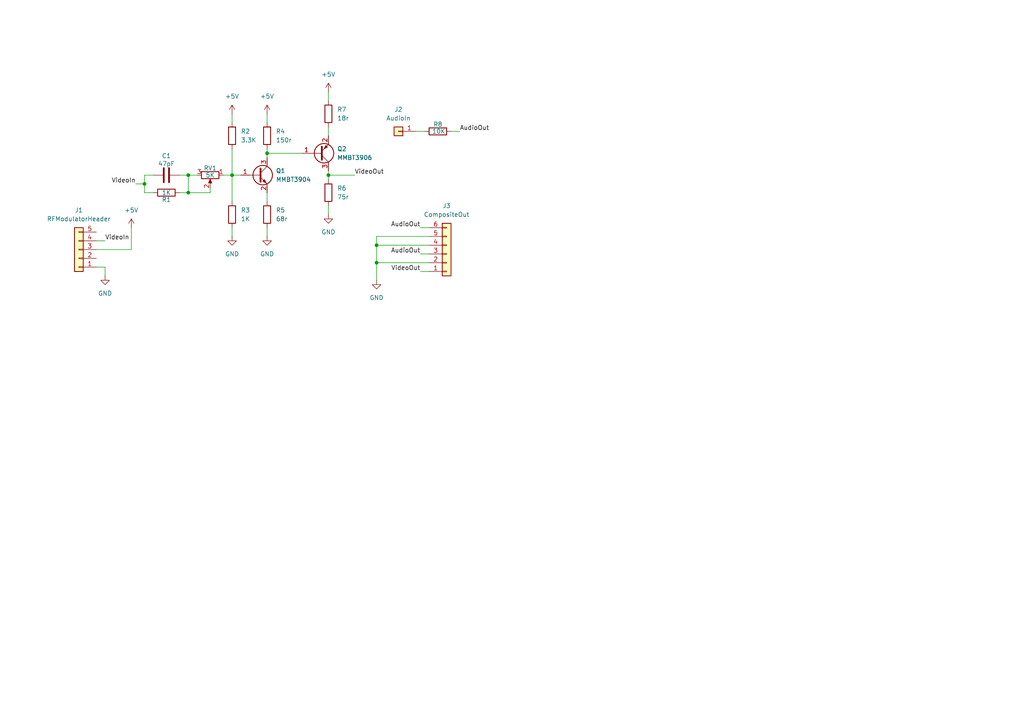
<source format=kicad_sch>
(kicad_sch (version 20250114) (generator "eeschema") (generator_version "9.0")
  (paper "A4")
  (title_block (title "Atari2600_2TransistorCompMod"))
  (lib_symbols
    (symbol "Connector_Generic:Conn_01x01" (pin_names (offset 1.016) (hide yes))
      (property "Reference" "J" (at 0 2.54 0))
      (property "Value" "Conn_01x01" (at 0 -2.54 0))
      (symbol "Conn_01x01_1_1"
        (rectangle (start -1.27 1.27) (end 1.27 -1.27) (stroke (width 0.254)) (fill (type background)))
        (rectangle (start -1.27 0.127) (end 0 -0.127) (stroke (width 0.1524)))
        (pin passive line (at -5.08 0 0) (length 3.81) (name "Pin_1") (number "1"))
      )
    )
    (symbol "Connector_Generic:Conn_01x05" (pin_names (offset 1.016) (hide yes))
      (property "Reference" "J" (at 0 7.62 0))
      (property "Value" "Conn_01x05" (at 0 -7.62 0))
      (symbol "Conn_01x05_1_1"
        (rectangle (start -1.27 6.35) (end 1.27 -6.35) (stroke (width 0.254)) (fill (type background)))
        (rectangle (start -1.27 5.207) (end 0 4.953) (stroke (width 0.1524)))
        (rectangle (start -1.27 2.667) (end 0 2.413) (stroke (width 0.1524)))
        (rectangle (start -1.27 0.127) (end 0 -0.127) (stroke (width 0.1524)))
        (rectangle (start -1.27 -2.413) (end 0 -2.667) (stroke (width 0.1524)))
        (rectangle (start -1.27 -4.953) (end 0 -5.207) (stroke (width 0.1524)))
        (pin passive line (at -5.08 5.08 0) (length 3.81) (name "Pin_1") (number "1"))
        (pin passive line (at -5.08 2.54 0) (length 3.81) (name "Pin_2") (number "2"))
        (pin passive line (at -5.08 0 0) (length 3.81) (name "Pin_3") (number "3"))
        (pin passive line (at -5.08 -2.54 0) (length 3.81) (name "Pin_4") (number "4"))
        (pin passive line (at -5.08 -5.08 0) (length 3.81) (name "Pin_5") (number "5"))
      )
    )
    (symbol "Connector_Generic:Conn_01x06" (pin_names (offset 1.016) (hide yes))
      (property "Reference" "J" (at 0 7.62 0))
      (property "Value" "Conn_01x06" (at 0 -10.16 0))
      (symbol "Conn_01x06_1_1"
        (rectangle (start -1.27 6.35) (end 1.27 -8.89) (stroke (width 0.254)) (fill (type background)))
        (rectangle (start -1.27 5.207) (end 0 4.953) (stroke (width 0.1524)))
        (rectangle (start -1.27 2.667) (end 0 2.413) (stroke (width 0.1524)))
        (rectangle (start -1.27 0.127) (end 0 -0.127) (stroke (width 0.1524)))
        (rectangle (start -1.27 -2.413) (end 0 -2.667) (stroke (width 0.1524)))
        (rectangle (start -1.27 -4.953) (end 0 -5.207) (stroke (width 0.1524)))
        (rectangle (start -1.27 -7.493) (end 0 -7.747) (stroke (width 0.1524)))
        (pin passive line (at -5.08 5.08 0) (length 3.81) (name "Pin_1") (number "1"))
        (pin passive line (at -5.08 2.54 0) (length 3.81) (name "Pin_2") (number "2"))
        (pin passive line (at -5.08 0 0) (length 3.81) (name "Pin_3") (number "3"))
        (pin passive line (at -5.08 -2.54 0) (length 3.81) (name "Pin_4") (number "4"))
        (pin passive line (at -5.08 -5.08 0) (length 3.81) (name "Pin_5") (number "5"))
        (pin passive line (at -5.08 -7.62 0) (length 3.81) (name "Pin_6") (number "6"))
      )
    )
    (symbol "Device:C" (pin_numbers (hide yes)) (pin_names (offset 0.254))
      (property "Reference" "C" (at 0.635 2.54 0))
      (property "Value" "C" (at 0.635 -2.54 0))
      (symbol "C_0_1"
        (polyline (pts (xy -2.032 0.762) (xy 2.032 0.762)) (stroke (width 0.508)))
        (polyline (pts (xy -2.032 -0.762) (xy 2.032 -0.762)) (stroke (width 0.508)))
      )
      (symbol "C_1_1"
        (pin passive line (at 0 3.81 270) (length 2.794) (name "~") (number "1"))
        (pin passive line (at 0 -3.81 90) (length 2.794) (name "~") (number "2"))
      )
    )
    (symbol "Device:R" (pin_numbers (hide yes)) (pin_names (offset 0))
      (property "Reference" "R" (at 2.032 0 90))
      (property "Value" "R" (at 0 0 90))
      (symbol "R_0_1"
        (rectangle (start -1.016 -2.54) (end 1.016 2.54) (stroke (width 0.254)))
      )
      (symbol "R_1_1"
        (pin passive line (at 0 3.81 270) (length 1.27) (name "~") (number "1"))
        (pin passive line (at 0 -3.81 90) (length 1.27) (name "~") (number "2"))
      )
    )
    (symbol "Device:R_Potentiometer" (pin_names (offset 1.016) (hide yes))
      (property "Reference" "RV" (at -4.445 0 90))
      (property "Value" "R_Potentiometer" (at -2.54 0 90))
      (symbol "R_Potentiometer_0_1"
        (rectangle (start 1.016 2.54) (end -1.016 -2.54) (stroke (width 0.254)))
        (polyline (pts (xy 1.143 0) (xy 2.286 0.508) (xy 2.286 -0.508) (xy 1.143 0)) (fill (type outline)))
        (polyline (pts (xy 2.54 0) (xy 1.524 0)))
      )
      (symbol "R_Potentiometer_1_1"
        (pin passive line (at 0 3.81 270) (length 1.27) (name "1") (number "1"))
        (pin passive line (at 0 -3.81 90) (length 1.27) (name "3") (number "3"))
        (pin passive line (at 3.81 0 180) (length 1.27) (name "2") (number "2"))
      )
    )
    (symbol "Transistor_BJT:MMBT3904" (pin_names (offset 0) (hide yes))
      (property "Reference" "Q" (at 5.08 1.905 0))
      (property "Value" "MMBT3904" (at 5.08 0 0))
      (symbol "MMBT3904_0_1"
        (polyline (pts (xy -2.54 0) (xy 0.635 0)))
        (polyline (pts (xy 0.635 1.905) (xy 0.635 -1.905)) (stroke (width 0.508)))
        (circle (center 1.27 0) (radius 2.8194) (stroke (width 0.254)))
      )
      (symbol "MMBT3904_1_1"
        (polyline (pts (xy 0.635 0.635) (xy 2.54 2.54)))
        (polyline (pts (xy 0.635 -0.635) (xy 2.54 -2.54)))
        (polyline (pts (xy 1.27 -1.778) (xy 1.778 -1.27) (xy 2.286 -2.286) (xy 1.27 -1.778)) (fill (type outline)))
        (pin input line (at -5.08 0 0) (length 2.54) (name "B") (number "1"))
        (pin passive line (at 2.54 5.08 270) (length 2.54) (name "C") (number "3"))
        (pin passive line (at 2.54 -5.08 90) (length 2.54) (name "E") (number "2"))
      )
    )
    (symbol "Transistor_BJT:MMBT3906" (pin_names (offset 0) (hide yes))
      (property "Reference" "Q" (at 5.08 1.905 0))
      (property "Value" "MMBT3906" (at 5.08 0 0))
      (symbol "MMBT3906_0_1"
        (polyline (pts (xy -2.54 0) (xy 0.635 0)))
        (polyline (pts (xy 0.635 1.905) (xy 0.635 -1.905)) (stroke (width 0.508)))
        (polyline (pts (xy 0.635 0.635) (xy 2.54 2.54)))
        (polyline (pts (xy 0.635 -0.635) (xy 2.54 -2.54)))
        (circle (center 1.27 0) (radius 2.8194) (stroke (width 0.254)))
        (polyline (pts (xy 2.286 -1.778) (xy 1.778 -2.286) (xy 1.27 -1.27) (xy 2.286 -1.778)) (fill (type outline)))
      )
      (symbol "MMBT3906_1_1"
        (pin input line (at -5.08 0 0) (length 2.54) (name "B") (number "1"))
        (pin passive line (at 2.54 5.08 270) (length 2.54) (name "C") (number "3"))
        (pin passive line (at 2.54 -5.08 90) (length 2.54) (name "E") (number "2"))
      )
    )
    (symbol "power:+5V" (power) (pin_numbers (hide yes)) (pin_names (offset 0) (hide yes))
      (property "Value" "+5V" (at 0 3.556 0))
      (symbol "+5V_0_1"
        (polyline (pts (xy -0.762 1.27) (xy 0 2.54)))
        (polyline (pts (xy 0 2.54) (xy 0.762 1.27)))
        (polyline (pts (xy 0 0) (xy 0 2.54)))
      )
      (symbol "+5V_1_1"
        (pin power_in line (at 0 0 90) (length 0) (name "~") (number "1"))
      )
    )
    (symbol "power:GND" (power) (pin_numbers (hide yes)) (pin_names (offset 0) (hide yes))
      (property "Value" "GND" (at 0 -3.81 0))
      (symbol "GND_0_1"
        (polyline (pts (xy 0 0) (xy 0 -1.27) (xy 1.27 -1.27) (xy 0 -2.54) (xy -1.27 -1.27) (xy 0 -1.27)))
      )
      (symbol "GND_1_1"
        (pin power_in line (at 0 0 270) (length 0) (name "~") (number "1"))
      )
    )
  )
  (junction (at 41.91 53.34))
  (junction (at 109.22 71.12))
  (junction (at 54.61 50.8))
  (junction (at 67.31 50.8))
  (junction (at 95.25 50.8))
  (junction (at 109.22 76.2))
  (junction (at 77.47 44.45))
  (junction (at 54.61 55.88))
  (wire (pts (xy 109.22 71.12) (xy 109.22 76.2)))
  (wire (pts (xy 77.47 33.02) (xy 77.47 35.56)))
  (wire (pts (xy 77.47 66.04) (xy 77.47 68.58)))
  (wire (pts (xy 77.47 44.45) (xy 87.63 44.45)))
  (wire (pts (xy 121.92 73.66) (xy 124.46 73.66)))
  (wire (pts (xy 41.91 50.8) (xy 44.45 50.8)))
  (wire (pts (xy 41.91 53.34) (xy 41.91 55.88)))
  (wire (pts (xy 60.96 55.88) (xy 60.96 54.61)))
  (wire (pts (xy 120.65 38.1) (xy 123.19 38.1)))
  (wire (pts (xy 121.92 78.74) (xy 124.46 78.74)))
  (wire (pts (xy 124.46 68.58) (xy 109.22 68.58)))
  (wire (pts (xy 95.25 50.8) (xy 102.87 50.8)))
  (wire (pts (xy 109.22 76.2) (xy 109.22 81.28)))
  (wire (pts (xy 95.25 59.69) (xy 95.25 62.23)))
  (wire (pts (xy 77.47 44.45) (xy 77.47 45.72)))
  (wire (pts (xy 39.37 53.34) (xy 41.91 53.34)))
  (wire (pts (xy 121.92 66.04) (xy 124.46 66.04)))
  (wire (pts (xy 41.91 55.88) (xy 44.45 55.88)))
  (wire (pts (xy 54.61 50.8) (xy 57.15 50.8)))
  (wire (pts (xy 30.48 77.47) (xy 30.48 80.01)))
  (wire (pts (xy 77.47 43.18) (xy 77.47 44.45)))
  (wire (pts (xy 52.07 55.88) (xy 54.61 55.88)))
  (wire (pts (xy 67.31 50.8) (xy 67.31 58.42)))
  (wire (pts (xy 64.77 50.8) (xy 67.31 50.8)))
  (wire (pts (xy 54.61 55.88) (xy 60.96 55.88)))
  (wire (pts (xy 109.22 76.2) (xy 124.46 76.2)))
  (wire (pts (xy 67.31 50.8) (xy 69.85 50.8)))
  (wire (pts (xy 109.22 71.12) (xy 124.46 71.12)))
  (wire (pts (xy 67.31 33.02) (xy 67.31 35.56)))
  (wire (pts (xy 54.61 55.88) (xy 54.61 50.8)))
  (wire (pts (xy 95.25 49.53) (xy 95.25 50.8)))
  (wire (pts (xy 52.07 50.8) (xy 54.61 50.8)))
  (wire (pts (xy 38.1 72.39) (xy 38.1 66.04)))
  (wire (pts (xy 27.94 72.39) (xy 38.1 72.39)))
  (wire (pts (xy 67.31 43.18) (xy 67.31 50.8)))
  (wire (pts (xy 95.25 26.67) (xy 95.25 29.21)))
  (wire (pts (xy 77.47 55.88) (xy 77.47 58.42)))
  (wire (pts (xy 41.91 50.8) (xy 41.91 53.34)))
  (wire (pts (xy 27.94 77.47) (xy 30.48 77.47)))
  (wire (pts (xy 109.22 68.58) (xy 109.22 71.12)))
  (wire (pts (xy 95.25 50.8) (xy 95.25 52.07)))
  (wire (pts (xy 130.81 38.1) (xy 133.35 38.1)))
  (wire (pts (xy 95.25 36.83) (xy 95.25 39.37)))
  (wire (pts (xy 67.31 66.04) (xy 67.31 68.58)))
  (wire (pts (xy 27.94 69.85) (xy 30.48 69.85)))
  (label "AudioOut" (at 121.92 73.66 180))
  (label "VideoOut" (at 121.92 78.74 180))
  (label "VideoOut" (at 102.87 50.8 0))
  (label "VideoIn" (at 39.37 53.34 180))
  (label "VideoIn" (at 30.48 69.85 0))
  (label "AudioOut" (at 121.92 66.04 180))
  (label "AudioOut" (at 133.35 38.1 0))
  (symbol (lib_id "power:GND") (at 95.25 62.23 0) (unit 1)
    (property "Reference" "#PWR08" (effects (hide yes)))
    (property "Value" "GND" (at 95.25 67.31 0))
    (property "Description" "Power symbol creates a global label with name \"GND\" , ground" (effects (hide yes)))
  )
  (symbol (lib_id "Device:C") (at 48.26 50.8 90) (unit 1)
    (property "Reference" "C1" (at 48.26 45.212 90))
    (property "Value" "47pF" (at 48.26 47.498 90))
    (property "Footprint" "Capacitor_SMD:C_0603_1608Metric" (effects (hide yes)))
    (property "Description" "Unpolarized capacitor" (effects (hide yes)))
  )
  (symbol (lib_id "power:+5V") (at 95.25 26.67 0) (unit 1)
    (property "Reference" "#PWR07" (effects (hide yes)))
    (property "Value" "+5V" (at 95.25 21.59 0))
    (property "Description" "Power symbol creates a global label with name \"+5V\"" (effects (hide yes)))
  )
  (symbol (lib_id "Device:R") (at 77.47 62.23 0) (unit 1)
    (property "Reference" "R5" (at 80.01 60.9599 0) (effects (justify left)))
    (property "Value" "68r" (at 80.01 63.4999 0) (effects (justify left)))
    (property "Footprint" "Resistor_SMD:R_0603_1608Metric" (effects (hide yes)))
    (property "Description" "Resistor" (effects (hide yes)))
  )
  (symbol (lib_id "power:+5V") (at 77.47 33.02 0) (unit 1)
    (property "Reference" "#PWR05" (effects (hide yes)))
    (property "Value" "+5V" (at 77.47 27.94 0))
    (property "Description" "Power symbol creates a global label with name \"+5V\"" (effects (hide yes)))
  )
  (symbol (lib_id "Connector_Generic:Conn_01x01") (at 115.57 38.1 180) (unit 1)
    (property "Reference" "J2" (at 115.57 31.75 0))
    (property "Value" "AudioIn" (at 115.57 34.29 0))
    (property "Footprint" "Connector_PinHeader_2.54mm:PinHeader_1x01_P2.54mm_Vertical" (effects (hide yes)))
    (property "Description" "Generic connector, single row, 01x01, script generated (kicad-library-utils/schlib/autogen/connector/)" (effects (hide yes)))
  )
  (symbol (lib_id "Connector_Generic:Conn_01x06") (at 129.54 73.66 0) (mirror x) (unit 1)
    (property "Reference" "J3" (at 129.54 59.69 0))
    (property "Value" "CompositeOut" (at 129.54 62.23 0))
    (property "Footprint" "Connector_PinHeader_2.54mm:PinHeader_1x06_P2.54mm_Vertical" (effects (hide yes)))
    (property "Description" "Generic connector, single row, 01x06, script generated (kicad-library-utils/schlib/autogen/connector/)" (effects (hide yes)))
  )
  (symbol (lib_id "Device:R") (at 48.26 55.88 90) (unit 1)
    (property "Reference" "R1" (at 48.26 57.912 90))
    (property "Value" "1K" (at 48.26 55.88 90))
    (property "Footprint" "Resistor_SMD:R_0603_1608Metric" (effects (hide yes)))
    (property "Description" "Resistor" (effects (hide yes)))
  )
  (symbol (lib_id "power:+5V") (at 67.31 33.02 0) (unit 1)
    (property "Reference" "#PWR03" (effects (hide yes)))
    (property "Value" "+5V" (at 67.31 27.94 0))
    (property "Description" "Power symbol creates a global label with name \"+5V\"" (effects (hide yes)))
  )
  (symbol (lib_id "power:GND") (at 109.22 81.28 0) (unit 1)
    (property "Reference" "#PWR09" (effects (hide yes)))
    (property "Value" "GND" (at 109.22 86.36 0))
    (property "Description" "Power symbol creates a global label with name \"GND\" , ground" (effects (hide yes)))
  )
  (symbol (lib_id "power:+5V") (at 38.1 66.04 0) (unit 1)
    (property "Reference" "#PWR02" (effects (hide yes)))
    (property "Value" "+5V" (at 38.1 60.96 0))
    (property "Description" "Power symbol creates a global label with name \"+5V\"" (effects (hide yes)))
  )
  (symbol (lib_id "Transistor_BJT:MMBT3904") (at 74.93 50.8 0) (unit 1)
    (property "Reference" "Q1" (at 80.01 49.5299 0) (effects (justify left)))
    (property "Value" "MMBT3904" (at 80.01 52.0699 0) (effects (justify left)))
    (property "Footprint" "Package_TO_SOT_SMD:SOT-23" (effects (hide yes)))
    (property "Datasheet" "https://www.onsemi.com/pdf/datasheet/pzt3904-d.pdf" (effects (hide yes)))
    (property "Description" "0.2A Ic, 40V Vce, Small Signal NPN Transistor, SOT-23" (effects (hide yes)))
  )
  (symbol (lib_id "Device:R") (at 77.47 39.37 0) (unit 1)
    (property "Reference" "R4" (at 80.01 38.0999 0) (effects (justify left)))
    (property "Value" "150r" (at 80.01 40.6399 0) (effects (justify left)))
    (property "Footprint" "Resistor_SMD:R_0603_1608Metric" (effects (hide yes)))
    (property "Description" "Resistor" (effects (hide yes)))
  )
  (symbol (lib_id "Device:R") (at 127 38.1 90) (unit 1)
    (property "Reference" "R8" (at 127 36.068 90))
    (property "Value" "10K" (at 127.254 38.1 90))
    (property "Footprint" "Resistor_SMD:R_0603_1608Metric" (effects (hide yes)))
    (property "Description" "Resistor" (effects (hide yes)))
  )
  (symbol (lib_id "Device:R") (at 95.25 55.88 0) (unit 1)
    (property "Reference" "R6" (at 97.79 54.6099 0) (effects (justify left)))
    (property "Value" "75r" (at 97.79 57.1499 0) (effects (justify left)))
    (property "Footprint" "Resistor_SMD:R_0603_1608Metric" (effects (hide yes)))
    (property "Description" "Resistor" (effects (hide yes)))
  )
  (symbol (lib_id "Device:R_Potentiometer") (at 60.96 50.8 270) (unit 1)
    (property "Reference" "RV1" (at 60.96 48.768 90))
    (property "Value" "5K" (at 60.96 50.8 90))
    (property "Footprint" "Potentiometer_THT:Potentiometer_Vishay_T73YP_Vertical" (effects (hide yes)))
    (property "Description" "Potentiometer" (effects (hide yes)))
  )
  (symbol (lib_id "Device:R") (at 95.25 33.02 0) (unit 1)
    (property "Reference" "R7" (at 97.79 31.7499 0) (effects (justify left)))
    (property "Value" "18r" (at 97.79 34.2899 0) (effects (justify left)))
    (property "Footprint" "Resistor_SMD:R_0603_1608Metric" (effects (hide yes)))
    (property "Description" "Resistor" (effects (hide yes)))
  )
  (symbol (lib_id "Transistor_BJT:MMBT3906") (at 92.71 44.45 0) (mirror x) (unit 1)
    (property "Reference" "Q2" (at 97.79 43.1799 0) (effects (justify left)))
    (property "Value" "MMBT3906" (at 97.79 45.7199 0) (effects (justify left)))
    (property "Footprint" "Package_TO_SOT_SMD:SOT-23" (effects (hide yes)))
    (property "Datasheet" "https://www.onsemi.com/pdf/datasheet/pzt3906-d.pdf" (effects (hide yes)))
    (property "Description" "-0.2A Ic, -40V Vce, Small Signal PNP Transistor, SOT-23" (effects (hide yes)))
  )
  (symbol (lib_id "power:GND") (at 77.47 68.58 0) (unit 1)
    (property "Reference" "#PWR06" (effects (hide yes)))
    (property "Value" "GND" (at 77.47 73.66 0))
    (property "Description" "Power symbol creates a global label with name \"GND\" , ground" (effects (hide yes)))
  )
  (symbol (lib_id "Connector_Generic:Conn_01x05") (at 22.86 72.39 180) (unit 1)
    (property "Reference" "J1" (at 22.86 60.96 0))
    (property "Value" "RFModulatorHeader" (at 22.86 63.5 0))
    (property "Footprint" "Connector_PinHeader_2.54mm:PinHeader_1x05_P2.54mm_Horizontal" (effects (hide yes)))
    (property "Description" "Generic connector, single row, 01x05, script generated (kicad-library-utils/schlib/autogen/connector/)" (effects (hide yes)))
  )
  (symbol (lib_id "Device:R") (at 67.31 39.37 0) (unit 1)
    (property "Reference" "R2" (at 69.85 38.0999 0) (effects (justify left)))
    (property "Value" "3.3K" (at 69.85 40.6399 0) (effects (justify left)))
    (property "Footprint" "Resistor_SMD:R_0603_1608Metric" (effects (hide yes)))
    (property "Description" "Resistor" (effects (hide yes)))
  )
  (symbol (lib_id "power:GND") (at 67.31 68.58 0) (unit 1)
    (property "Reference" "#PWR04" (effects (hide yes)))
    (property "Value" "GND" (at 67.31 73.66 0))
    (property "Description" "Power symbol creates a global label with name \"GND\" , ground" (effects (hide yes)))
  )
  (symbol (lib_id "power:GND") (at 30.48 80.01 0) (unit 1)
    (property "Reference" "#PWR01" (effects (hide yes)))
    (property "Value" "GND" (at 30.48 85.09 0))
    (property "Description" "Power symbol creates a global label with name \"GND\" , ground" (effects (hide yes)))
  )
  (symbol (lib_id "Device:R") (at 67.31 62.23 0) (unit 1)
    (property "Reference" "R3" (at 69.85 60.9599 0) (effects (justify left)))
    (property "Value" "1K" (at 69.85 63.4999 0) (effects (justify left)))
    (property "Footprint" "Resistor_SMD:R_0603_1608Metric" (effects (hide yes)))
    (property "Description" "Resistor" (effects (hide yes)))
  )
)
</source>
